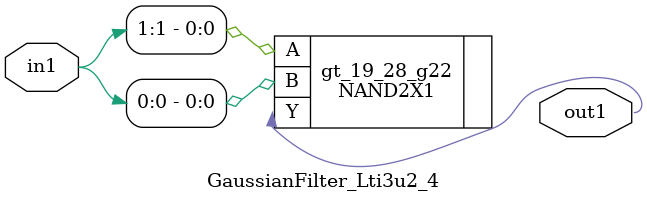
<source format=v>
`timescale 1ps / 1ps


module GaussianFilter_Lti3u2_4(in1, out1);
  input [1:0] in1;
  output out1;
  wire [1:0] in1;
  wire out1;
  NAND2X1 gt_19_28_g22(.A (in1[1]), .B (in1[0]), .Y (out1));
endmodule


</source>
